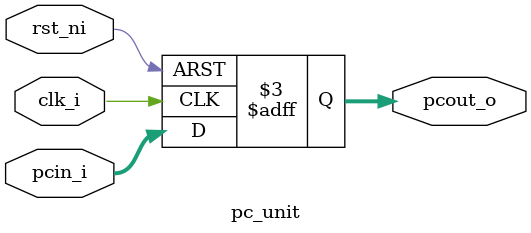
<source format=sv>
module pc_unit(
	input logic clk_i,rst_ni,
	input logic [31:0] pcin_i,
	output logic [31:0] pcout_o
);

always_ff @(posedge clk_i or negedge rst_ni) begin
	if(!rst_ni) begin pcout_o <= 0; end
 	else begin 
			pcout_o <= pcin_i;
		end
end
endmodule : pc_unit

</source>
